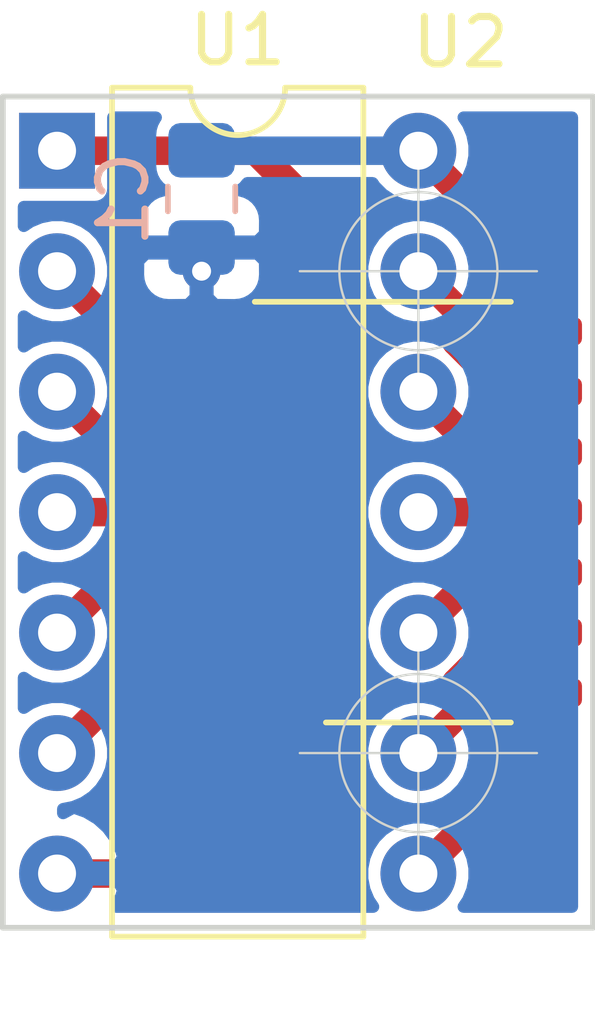
<source format=kicad_pcb>
(kicad_pcb (version 20171130) (host pcbnew "(5.1.5)-3")

  (general
    (thickness 1.6)
    (drawings 6)
    (tracks 37)
    (zones 0)
    (modules 3)
    (nets 15)
  )

  (page A4)
  (layers
    (0 F.Cu signal)
    (31 B.Cu signal)
    (32 B.Adhes user)
    (33 F.Adhes user)
    (34 B.Paste user)
    (35 F.Paste user)
    (36 B.SilkS user)
    (37 F.SilkS user)
    (38 B.Mask user)
    (39 F.Mask user)
    (40 Dwgs.User user)
    (41 Cmts.User user)
    (42 Eco1.User user)
    (43 Eco2.User user)
    (44 Edge.Cuts user)
    (45 Margin user)
    (46 B.CrtYd user)
    (47 F.CrtYd user)
    (48 B.Fab user)
    (49 F.Fab user)
  )

  (setup
    (last_trace_width 0.6)
    (user_trace_width 0.6)
    (trace_clearance 0.2)
    (zone_clearance 0.508)
    (zone_45_only no)
    (trace_min 0.2)
    (via_size 0.8)
    (via_drill 0.4)
    (via_min_size 0.4)
    (via_min_drill 0.3)
    (uvia_size 0.3)
    (uvia_drill 0.1)
    (uvias_allowed no)
    (uvia_min_size 0.2)
    (uvia_min_drill 0.1)
    (edge_width 0.05)
    (segment_width 0.2)
    (pcb_text_width 0.3)
    (pcb_text_size 1.5 1.5)
    (mod_edge_width 0.12)
    (mod_text_size 1 1)
    (mod_text_width 0.15)
    (pad_size 1.524 1.524)
    (pad_drill 0.762)
    (pad_to_mask_clearance 0.051)
    (solder_mask_min_width 0.25)
    (aux_axis_origin 114.3 78.74)
    (visible_elements FFFFFF7F)
    (pcbplotparams
      (layerselection 0x010f0_ffffffff)
      (usegerberextensions false)
      (usegerberattributes false)
      (usegerberadvancedattributes false)
      (creategerberjobfile false)
      (excludeedgelayer true)
      (linewidth 0.100000)
      (plotframeref false)
      (viasonmask false)
      (mode 1)
      (useauxorigin false)
      (hpglpennumber 1)
      (hpglpenspeed 20)
      (hpglpendiameter 15.000000)
      (psnegative false)
      (psa4output false)
      (plotreference true)
      (plotvalue true)
      (plotinvisibletext false)
      (padsonsilk false)
      (subtractmaskfromsilk false)
      (outputformat 1)
      (mirror false)
      (drillshape 0)
      (scaleselection 1)
      (outputdirectory "gerber/"))
  )

  (net 0 "")
  (net 1 "Net-(U1-Pad1)")
  (net 2 "Net-(U1-Pad8)")
  (net 3 "Net-(U1-Pad2)")
  (net 4 "Net-(U1-Pad9)")
  (net 5 "Net-(U1-Pad3)")
  (net 6 "Net-(U1-Pad10)")
  (net 7 "Net-(U1-Pad4)")
  (net 8 "Net-(U1-Pad11)")
  (net 9 "Net-(U1-Pad5)")
  (net 10 "Net-(U1-Pad12)")
  (net 11 "Net-(U1-Pad6)")
  (net 12 "Net-(U1-Pad13)")
  (net 13 "Net-(C1-Pad1)")
  (net 14 "Net-(C1-Pad2)")

  (net_class Default "This is the default net class."
    (clearance 0.2)
    (trace_width 0.25)
    (via_dia 0.8)
    (via_drill 0.4)
    (uvia_dia 0.3)
    (uvia_drill 0.1)
    (add_net "Net-(C1-Pad1)")
    (add_net "Net-(C1-Pad2)")
    (add_net "Net-(U1-Pad1)")
    (add_net "Net-(U1-Pad10)")
    (add_net "Net-(U1-Pad11)")
    (add_net "Net-(U1-Pad12)")
    (add_net "Net-(U1-Pad13)")
    (add_net "Net-(U1-Pad2)")
    (add_net "Net-(U1-Pad3)")
    (add_net "Net-(U1-Pad4)")
    (add_net "Net-(U1-Pad5)")
    (add_net "Net-(U1-Pad6)")
    (add_net "Net-(U1-Pad8)")
    (add_net "Net-(U1-Pad9)")
  )

  (module Package_DIP:DIP-14_W7.62mm (layer F.Cu) (tedit 5A02E8C5) (tstamp 5EDD236D)
    (at 106.68 71.12)
    (descr "14-lead though-hole mounted DIP package, row spacing 7.62 mm (300 mils)")
    (tags "THT DIP DIL PDIP 2.54mm 7.62mm 300mil")
    (path /7C50D3CD)
    (fp_text reference U1 (at 3.81 -2.33) (layer F.SilkS)
      (effects (font (size 1 1) (thickness 0.15)))
    )
    (fp_text value 74LS00 (at 3.81 17.57) (layer F.Fab)
      (effects (font (size 1 1) (thickness 0.15)))
    )
    (fp_arc (start 3.81 -1.33) (end 2.81 -1.33) (angle -180) (layer F.SilkS) (width 0.12))
    (fp_line (start 1.635 -1.27) (end 6.985 -1.27) (layer F.Fab) (width 0.1))
    (fp_line (start 6.985 -1.27) (end 6.985 16.51) (layer F.Fab) (width 0.1))
    (fp_line (start 6.985 16.51) (end 0.635 16.51) (layer F.Fab) (width 0.1))
    (fp_line (start 0.635 16.51) (end 0.635 -0.27) (layer F.Fab) (width 0.1))
    (fp_line (start 0.635 -0.27) (end 1.635 -1.27) (layer F.Fab) (width 0.1))
    (fp_line (start 2.81 -1.33) (end 1.16 -1.33) (layer F.SilkS) (width 0.12))
    (fp_line (start 1.16 -1.33) (end 1.16 16.57) (layer F.SilkS) (width 0.12))
    (fp_line (start 1.16 16.57) (end 6.46 16.57) (layer F.SilkS) (width 0.12))
    (fp_line (start 6.46 16.57) (end 6.46 -1.33) (layer F.SilkS) (width 0.12))
    (fp_line (start 6.46 -1.33) (end 4.81 -1.33) (layer F.SilkS) (width 0.12))
    (fp_line (start -1.1 -1.55) (end -1.1 16.8) (layer F.CrtYd) (width 0.05))
    (fp_line (start -1.1 16.8) (end 8.7 16.8) (layer F.CrtYd) (width 0.05))
    (fp_line (start 8.7 16.8) (end 8.7 -1.55) (layer F.CrtYd) (width 0.05))
    (fp_line (start 8.7 -1.55) (end -1.1 -1.55) (layer F.CrtYd) (width 0.05))
    (fp_text user %R (at 3.81 7.62) (layer F.Fab)
      (effects (font (size 1 1) (thickness 0.15)))
    )
    (pad 1 thru_hole rect (at 0 0) (size 1.6 1.6) (drill 0.8) (layers *.Cu *.Mask)
      (net 1 "Net-(U1-Pad1)"))
    (pad 8 thru_hole oval (at 7.62 15.24) (size 1.6 1.6) (drill 0.8) (layers *.Cu *.Mask)
      (net 2 "Net-(U1-Pad8)"))
    (pad 2 thru_hole oval (at 0 2.54) (size 1.6 1.6) (drill 0.8) (layers *.Cu *.Mask)
      (net 3 "Net-(U1-Pad2)"))
    (pad 9 thru_hole oval (at 7.62 12.7) (size 1.6 1.6) (drill 0.8) (layers *.Cu *.Mask)
      (net 4 "Net-(U1-Pad9)"))
    (pad 3 thru_hole oval (at 0 5.08) (size 1.6 1.6) (drill 0.8) (layers *.Cu *.Mask)
      (net 5 "Net-(U1-Pad3)"))
    (pad 10 thru_hole oval (at 7.62 10.16) (size 1.6 1.6) (drill 0.8) (layers *.Cu *.Mask)
      (net 6 "Net-(U1-Pad10)"))
    (pad 4 thru_hole oval (at 0 7.62) (size 1.6 1.6) (drill 0.8) (layers *.Cu *.Mask)
      (net 7 "Net-(U1-Pad4)"))
    (pad 11 thru_hole oval (at 7.62 7.62) (size 1.6 1.6) (drill 0.8) (layers *.Cu *.Mask)
      (net 8 "Net-(U1-Pad11)"))
    (pad 5 thru_hole oval (at 0 10.16) (size 1.6 1.6) (drill 0.8) (layers *.Cu *.Mask)
      (net 9 "Net-(U1-Pad5)"))
    (pad 12 thru_hole oval (at 7.62 5.08) (size 1.6 1.6) (drill 0.8) (layers *.Cu *.Mask)
      (net 10 "Net-(U1-Pad12)"))
    (pad 6 thru_hole oval (at 0 12.7) (size 1.6 1.6) (drill 0.8) (layers *.Cu *.Mask)
      (net 11 "Net-(U1-Pad6)"))
    (pad 13 thru_hole oval (at 7.62 2.54) (size 1.6 1.6) (drill 0.8) (layers *.Cu *.Mask)
      (net 12 "Net-(U1-Pad13)"))
    (pad 7 thru_hole oval (at 0 15.24) (size 1.6 1.6) (drill 0.8) (layers *.Cu *.Mask)
      (net 14 "Net-(C1-Pad2)"))
    (pad 14 thru_hole oval (at 7.62 0) (size 1.6 1.6) (drill 0.8) (layers *.Cu *.Mask)
      (net 13 "Net-(C1-Pad1)"))
  )

  (module Package_SO:SOIC-14_3.9x8.7mm_P1.27mm (layer F.Cu) (tedit 5D9F72B1) (tstamp 5EDD238D)
    (at 114.3 78.74)
    (descr "SOIC, 14 Pin (JEDEC MS-012AB, https://www.analog.com/media/en/package-pcb-resources/package/pkg_pdf/soic_narrow-r/r_14.pdf), generated with kicad-footprint-generator ipc_gullwing_generator.py")
    (tags "SOIC SO")
    (path /7C515546)
    (attr smd)
    (fp_text reference U2 (at 0.889 -9.906) (layer F.SilkS)
      (effects (font (size 1 1) (thickness 0.15)))
    )
    (fp_text value 74LS00 (at 0 5.28) (layer F.Fab)
      (effects (font (size 1 1) (thickness 0.15)))
    )
    (fp_line (start 0 4.435) (end 1.95 4.435) (layer F.SilkS) (width 0.12))
    (fp_line (start 0 4.435) (end -1.95 4.435) (layer F.SilkS) (width 0.12))
    (fp_line (start 0 -4.435) (end 1.95 -4.435) (layer F.SilkS) (width 0.12))
    (fp_line (start 0 -4.435) (end -3.45 -4.435) (layer F.SilkS) (width 0.12))
    (fp_line (start -0.975 -4.325) (end 1.95 -4.325) (layer F.Fab) (width 0.1))
    (fp_line (start 1.95 -4.325) (end 1.95 4.325) (layer F.Fab) (width 0.1))
    (fp_line (start 1.95 4.325) (end -1.95 4.325) (layer F.Fab) (width 0.1))
    (fp_line (start -1.95 4.325) (end -1.95 -3.35) (layer F.Fab) (width 0.1))
    (fp_line (start -1.95 -3.35) (end -0.975 -4.325) (layer F.Fab) (width 0.1))
    (fp_line (start -3.7 -4.58) (end -3.7 4.58) (layer F.CrtYd) (width 0.05))
    (fp_line (start -3.7 4.58) (end 3.7 4.58) (layer F.CrtYd) (width 0.05))
    (fp_line (start 3.7 4.58) (end 3.7 -4.58) (layer F.CrtYd) (width 0.05))
    (fp_line (start 3.7 -4.58) (end -3.7 -4.58) (layer F.CrtYd) (width 0.05))
    (fp_text user %R (at 0 0) (layer F.Fab)
      (effects (font (size 0.98 0.98) (thickness 0.15)))
    )
    (pad 1 smd roundrect (at -2.475 -3.81) (size 1.95 0.6) (layers F.Cu F.Paste F.Mask) (roundrect_rratio 0.25)
      (net 1 "Net-(U1-Pad1)"))
    (pad 2 smd roundrect (at -2.475 -2.54) (size 1.95 0.6) (layers F.Cu F.Paste F.Mask) (roundrect_rratio 0.25)
      (net 3 "Net-(U1-Pad2)"))
    (pad 3 smd roundrect (at -2.475 -1.27) (size 1.95 0.6) (layers F.Cu F.Paste F.Mask) (roundrect_rratio 0.25)
      (net 5 "Net-(U1-Pad3)"))
    (pad 4 smd roundrect (at -2.475 0) (size 1.95 0.6) (layers F.Cu F.Paste F.Mask) (roundrect_rratio 0.25)
      (net 7 "Net-(U1-Pad4)"))
    (pad 5 smd roundrect (at -2.475 1.27) (size 1.95 0.6) (layers F.Cu F.Paste F.Mask) (roundrect_rratio 0.25)
      (net 9 "Net-(U1-Pad5)"))
    (pad 6 smd roundrect (at -2.475 2.54) (size 1.95 0.6) (layers F.Cu F.Paste F.Mask) (roundrect_rratio 0.25)
      (net 11 "Net-(U1-Pad6)"))
    (pad 7 smd roundrect (at -2.475 3.81) (size 1.95 0.6) (layers F.Cu F.Paste F.Mask) (roundrect_rratio 0.25)
      (net 14 "Net-(C1-Pad2)"))
    (pad 8 smd roundrect (at 2.475 3.81) (size 1.95 0.6) (layers F.Cu F.Paste F.Mask) (roundrect_rratio 0.25)
      (net 2 "Net-(U1-Pad8)"))
    (pad 9 smd roundrect (at 2.475 2.54) (size 1.95 0.6) (layers F.Cu F.Paste F.Mask) (roundrect_rratio 0.25)
      (net 4 "Net-(U1-Pad9)"))
    (pad 10 smd roundrect (at 2.475 1.27) (size 1.95 0.6) (layers F.Cu F.Paste F.Mask) (roundrect_rratio 0.25)
      (net 6 "Net-(U1-Pad10)"))
    (pad 11 smd roundrect (at 2.475 0) (size 1.95 0.6) (layers F.Cu F.Paste F.Mask) (roundrect_rratio 0.25)
      (net 8 "Net-(U1-Pad11)"))
    (pad 12 smd roundrect (at 2.475 -1.27) (size 1.95 0.6) (layers F.Cu F.Paste F.Mask) (roundrect_rratio 0.25)
      (net 10 "Net-(U1-Pad12)"))
    (pad 13 smd roundrect (at 2.475 -2.54) (size 1.95 0.6) (layers F.Cu F.Paste F.Mask) (roundrect_rratio 0.25)
      (net 12 "Net-(U1-Pad13)"))
    (pad 14 smd roundrect (at 2.475 -3.81) (size 1.95 0.6) (layers F.Cu F.Paste F.Mask) (roundrect_rratio 0.25)
      (net 13 "Net-(C1-Pad1)"))
    (model ${KISYS3DMOD}/Package_SO.3dshapes/SOIC-14_3.9x8.7mm_P1.27mm.wrl
      (at (xyz 0 0 0))
      (scale (xyz 1 1 1))
      (rotate (xyz 0 0 0))
    )
  )

  (module Capacitor_SMD:C_0805_2012Metric_Pad1.15x1.40mm_HandSolder (layer B.Cu) (tedit 5B36C52B) (tstamp 5EDEE472)
    (at 109.728 72.136 270)
    (descr "Capacitor SMD 0805 (2012 Metric), square (rectangular) end terminal, IPC_7351 nominal with elongated pad for handsoldering. (Body size source: https://docs.google.com/spreadsheets/d/1BsfQQcO9C6DZCsRaXUlFlo91Tg2WpOkGARC1WS5S8t0/edit?usp=sharing), generated with kicad-footprint-generator")
    (tags "capacitor handsolder")
    (path /7C524249)
    (attr smd)
    (fp_text reference C1 (at 0 1.65 90) (layer B.SilkS)
      (effects (font (size 1 1) (thickness 0.15)) (justify mirror))
    )
    (fp_text value 100n (at 0 -1.65 90) (layer B.Fab)
      (effects (font (size 1 1) (thickness 0.15)) (justify mirror))
    )
    (fp_line (start -1 -0.6) (end -1 0.6) (layer B.Fab) (width 0.1))
    (fp_line (start -1 0.6) (end 1 0.6) (layer B.Fab) (width 0.1))
    (fp_line (start 1 0.6) (end 1 -0.6) (layer B.Fab) (width 0.1))
    (fp_line (start 1 -0.6) (end -1 -0.6) (layer B.Fab) (width 0.1))
    (fp_line (start -0.261252 0.71) (end 0.261252 0.71) (layer B.SilkS) (width 0.12))
    (fp_line (start -0.261252 -0.71) (end 0.261252 -0.71) (layer B.SilkS) (width 0.12))
    (fp_line (start -1.85 -0.95) (end -1.85 0.95) (layer B.CrtYd) (width 0.05))
    (fp_line (start -1.85 0.95) (end 1.85 0.95) (layer B.CrtYd) (width 0.05))
    (fp_line (start 1.85 0.95) (end 1.85 -0.95) (layer B.CrtYd) (width 0.05))
    (fp_line (start 1.85 -0.95) (end -1.85 -0.95) (layer B.CrtYd) (width 0.05))
    (fp_text user %R (at 0 0 90) (layer B.Fab)
      (effects (font (size 0.5 0.5) (thickness 0.08)) (justify mirror))
    )
    (pad 1 smd roundrect (at -1.025 0 270) (size 1.15 1.4) (layers B.Cu B.Paste B.Mask) (roundrect_rratio 0.217391)
      (net 13 "Net-(C1-Pad1)"))
    (pad 2 smd roundrect (at 1.025 0 270) (size 1.15 1.4) (layers B.Cu B.Paste B.Mask) (roundrect_rratio 0.217391)
      (net 14 "Net-(C1-Pad2)"))
    (model ${KISYS3DMOD}/Capacitor_SMD.3dshapes/C_0805_2012Metric.wrl
      (at (xyz 0 0 0))
      (scale (xyz 1 1 1))
      (rotate (xyz 0 0 0))
    )
  )

  (target plus (at 114.3 83.82) (size 5) (width 0.05) (layer Edge.Cuts) (tstamp 5EDEE61A))
  (target plus (at 114.3 73.66) (size 5) (width 0.05) (layer Edge.Cuts))
  (gr_line (start 117.983 87.503) (end 117.983 69.977) (layer Edge.Cuts) (width 0.12) (tstamp 5EDD24B3))
  (gr_line (start 105.537 87.503) (end 117.983 87.503) (layer Edge.Cuts) (width 0.12))
  (gr_line (start 105.537 69.977) (end 105.537 87.503) (layer Edge.Cuts) (width 0.12))
  (gr_line (start 117.983 69.977) (end 105.537 69.977) (layer Edge.Cuts) (width 0.12))

  (via (at 109.728 73.66) (size 0.8) (drill 0.4) (layers F.Cu B.Cu) (net 14))
  (segment (start 111.825 72.074) (end 111.825 74.93) (width 0.6) (layer F.Cu) (net 1))
  (segment (start 106.68 71.12) (end 110.871 71.12) (width 0.6) (layer F.Cu) (net 1))
  (segment (start 110.871 71.12) (end 111.825 72.074) (width 0.6) (layer F.Cu) (net 1))
  (segment (start 116.775 83.885) (end 116.775 82.55) (width 0.6) (layer F.Cu) (net 2))
  (segment (start 114.3 86.36) (end 116.775 83.885) (width 0.6) (layer F.Cu) (net 2))
  (segment (start 109.22 76.2) (end 106.68 73.66) (width 0.6) (layer F.Cu) (net 3))
  (segment (start 111.825 76.2) (end 109.22 76.2) (width 0.6) (layer F.Cu) (net 3))
  (segment (start 115.099999 82.330745) (end 115.099999 83.020001) (width 0.6) (layer F.Cu) (net 4))
  (segment (start 116.30501 81.74999) (end 115.680754 81.74999) (width 0.6) (layer F.Cu) (net 4))
  (segment (start 115.099999 83.020001) (end 114.3 83.82) (width 0.6) (layer F.Cu) (net 4))
  (segment (start 115.680754 81.74999) (end 115.099999 82.330745) (width 0.6) (layer F.Cu) (net 4))
  (segment (start 116.775 81.28) (end 116.30501 81.74999) (width 0.6) (layer F.Cu) (net 4))
  (segment (start 107.95 77.47) (end 106.68 76.2) (width 0.6) (layer F.Cu) (net 5))
  (segment (start 111.825 77.47) (end 107.95 77.47) (width 0.6) (layer F.Cu) (net 5))
  (segment (start 115.57 80.01) (end 114.3 81.28) (width 0.6) (layer F.Cu) (net 6))
  (segment (start 116.775 80.01) (end 115.57 80.01) (width 0.6) (layer F.Cu) (net 6))
  (segment (start 111.825 78.74) (end 106.68 78.74) (width 0.6) (layer F.Cu) (net 7))
  (segment (start 116.775 78.74) (end 114.3 78.74) (width 0.6) (layer F.Cu) (net 8))
  (segment (start 111.825 80.01) (end 107.95 80.01) (width 0.6) (layer F.Cu) (net 9))
  (segment (start 107.95 80.01) (end 106.68 81.28) (width 0.6) (layer F.Cu) (net 9))
  (segment (start 115.57 77.47) (end 114.3 76.2) (width 0.6) (layer F.Cu) (net 10))
  (segment (start 116.775 77.47) (end 115.57 77.47) (width 0.6) (layer F.Cu) (net 10))
  (segment (start 109.22 81.28) (end 106.68 83.82) (width 0.6) (layer F.Cu) (net 11))
  (segment (start 111.825 81.28) (end 109.22 81.28) (width 0.6) (layer F.Cu) (net 11))
  (segment (start 115.099999 74.459999) (end 114.3 73.66) (width 0.6) (layer F.Cu) (net 12))
  (segment (start 115.099999 75.149255) (end 115.099999 74.459999) (width 0.6) (layer F.Cu) (net 12))
  (segment (start 115.850744 75.9) (end 115.099999 75.149255) (width 0.6) (layer F.Cu) (net 12))
  (segment (start 116.475 75.9) (end 115.850744 75.9) (width 0.6) (layer F.Cu) (net 12))
  (segment (start 116.775 76.2) (end 116.475 75.9) (width 0.6) (layer F.Cu) (net 12))
  (segment (start 106.68 86.36) (end 110.871 86.36) (width 0.6) (layer F.Cu) (net 14))
  (segment (start 111.825 85.406) (end 111.825 82.55) (width 0.6) (layer F.Cu) (net 14))
  (segment (start 110.871 86.36) (end 111.825 85.406) (width 0.6) (layer F.Cu) (net 14))
  (segment (start 116.775 73.595) (end 116.775 74.93) (width 0.6) (layer F.Cu) (net 13))
  (segment (start 114.3 71.12) (end 116.775 73.595) (width 0.6) (layer F.Cu) (net 13))
  (segment (start 109.737 71.12) (end 109.728 71.111) (width 0.6) (layer B.Cu) (net 13))
  (segment (start 114.3 71.12) (end 109.737 71.12) (width 0.6) (layer B.Cu) (net 13))

  (zone (net 14) (net_name "Net-(C1-Pad2)") (layer B.Cu) (tstamp 5EDEE5C4) (hatch edge 0.508)
    (connect_pads (clearance 0.254))
    (min_thickness 0.254)
    (fill yes (arc_segments 32) (thermal_gap 0.508) (thermal_bridge_width 0.508))
    (polygon
      (pts
        (xy 117.983 87.503) (xy 105.537 87.503) (xy 105.537 69.977) (xy 117.983 69.977)
      )
    )
    (filled_polygon
      (pts
        (xy 108.75181 70.434411) (xy 108.693329 70.543821) (xy 108.657317 70.662538) (xy 108.645157 70.785999) (xy 108.645157 71.436001)
        (xy 108.657317 71.559462) (xy 108.693329 71.678179) (xy 108.75181 71.787589) (xy 108.830512 71.883488) (xy 108.92178 71.958389)
        (xy 108.903518 71.960188) (xy 108.78382 71.996498) (xy 108.673506 72.055463) (xy 108.576815 72.134815) (xy 108.497463 72.231506)
        (xy 108.438498 72.34182) (xy 108.402188 72.461518) (xy 108.389928 72.586) (xy 108.393 72.87525) (xy 108.55175 73.034)
        (xy 109.601 73.034) (xy 109.601 73.014) (xy 109.855 73.014) (xy 109.855 73.034) (xy 110.90425 73.034)
        (xy 111.063 72.87525) (xy 111.066072 72.586) (xy 111.053812 72.461518) (xy 111.017502 72.34182) (xy 110.958537 72.231506)
        (xy 110.879185 72.134815) (xy 110.782494 72.055463) (xy 110.67218 71.996498) (xy 110.552482 71.960188) (xy 110.53422 71.958389)
        (xy 110.625488 71.883488) (xy 110.693184 71.801) (xy 113.334654 71.801) (xy 113.382658 71.872843) (xy 113.547157 72.037342)
        (xy 113.740587 72.166588) (xy 113.955515 72.255614) (xy 114.183682 72.301) (xy 114.416318 72.301) (xy 114.644485 72.255614)
        (xy 114.859413 72.166588) (xy 115.052843 72.037342) (xy 115.217342 71.872843) (xy 115.346588 71.679413) (xy 115.435614 71.464485)
        (xy 115.481 71.236318) (xy 115.481 71.003682) (xy 115.435614 70.775515) (xy 115.346588 70.560587) (xy 115.251314 70.418)
        (xy 117.542001 70.418) (xy 117.542 87.062) (xy 115.251314 87.062) (xy 115.346588 86.919413) (xy 115.435614 86.704485)
        (xy 115.481 86.476318) (xy 115.481 86.243682) (xy 115.435614 86.015515) (xy 115.346588 85.800587) (xy 115.217342 85.607157)
        (xy 115.052843 85.442658) (xy 114.859413 85.313412) (xy 114.644485 85.224386) (xy 114.416318 85.179) (xy 114.183682 85.179)
        (xy 113.955515 85.224386) (xy 113.740587 85.313412) (xy 113.547157 85.442658) (xy 113.382658 85.607157) (xy 113.253412 85.800587)
        (xy 113.164386 86.015515) (xy 113.119 86.243682) (xy 113.119 86.476318) (xy 113.164386 86.704485) (xy 113.253412 86.919413)
        (xy 113.348686 87.062) (xy 107.927778 87.062) (xy 108.031246 86.843087) (xy 108.071904 86.709039) (xy 107.949915 86.487)
        (xy 106.807 86.487) (xy 106.807 86.507) (xy 106.553 86.507) (xy 106.553 86.487) (xy 106.533 86.487)
        (xy 106.533 86.233) (xy 106.553 86.233) (xy 106.553 86.213) (xy 106.807 86.213) (xy 106.807 86.233)
        (xy 107.949915 86.233) (xy 108.071904 86.010961) (xy 108.031246 85.876913) (xy 107.911037 85.62258) (xy 107.743519 85.396586)
        (xy 107.535131 85.207615) (xy 107.293881 85.06293) (xy 107.02904 84.968091) (xy 106.807002 85.089375) (xy 106.807002 84.998875)
        (xy 107.024485 84.955614) (xy 107.239413 84.866588) (xy 107.432843 84.737342) (xy 107.597342 84.572843) (xy 107.726588 84.379413)
        (xy 107.815614 84.164485) (xy 107.861 83.936318) (xy 107.861 83.703682) (xy 113.119 83.703682) (xy 113.119 83.936318)
        (xy 113.164386 84.164485) (xy 113.253412 84.379413) (xy 113.382658 84.572843) (xy 113.547157 84.737342) (xy 113.740587 84.866588)
        (xy 113.955515 84.955614) (xy 114.183682 85.001) (xy 114.416318 85.001) (xy 114.644485 84.955614) (xy 114.859413 84.866588)
        (xy 115.052843 84.737342) (xy 115.217342 84.572843) (xy 115.346588 84.379413) (xy 115.435614 84.164485) (xy 115.481 83.936318)
        (xy 115.481 83.703682) (xy 115.435614 83.475515) (xy 115.346588 83.260587) (xy 115.217342 83.067157) (xy 115.052843 82.902658)
        (xy 114.859413 82.773412) (xy 114.644485 82.684386) (xy 114.416318 82.639) (xy 114.183682 82.639) (xy 113.955515 82.684386)
        (xy 113.740587 82.773412) (xy 113.547157 82.902658) (xy 113.382658 83.067157) (xy 113.253412 83.260587) (xy 113.164386 83.475515)
        (xy 113.119 83.703682) (xy 107.861 83.703682) (xy 107.815614 83.475515) (xy 107.726588 83.260587) (xy 107.597342 83.067157)
        (xy 107.432843 82.902658) (xy 107.239413 82.773412) (xy 107.024485 82.684386) (xy 106.796318 82.639) (xy 106.563682 82.639)
        (xy 106.335515 82.684386) (xy 106.120587 82.773412) (xy 105.978 82.868686) (xy 105.978 82.231314) (xy 106.120587 82.326588)
        (xy 106.335515 82.415614) (xy 106.563682 82.461) (xy 106.796318 82.461) (xy 107.024485 82.415614) (xy 107.239413 82.326588)
        (xy 107.432843 82.197342) (xy 107.597342 82.032843) (xy 107.726588 81.839413) (xy 107.815614 81.624485) (xy 107.861 81.396318)
        (xy 107.861 81.163682) (xy 113.119 81.163682) (xy 113.119 81.396318) (xy 113.164386 81.624485) (xy 113.253412 81.839413)
        (xy 113.382658 82.032843) (xy 113.547157 82.197342) (xy 113.740587 82.326588) (xy 113.955515 82.415614) (xy 114.183682 82.461)
        (xy 114.416318 82.461) (xy 114.644485 82.415614) (xy 114.859413 82.326588) (xy 115.052843 82.197342) (xy 115.217342 82.032843)
        (xy 115.346588 81.839413) (xy 115.435614 81.624485) (xy 115.481 81.396318) (xy 115.481 81.163682) (xy 115.435614 80.935515)
        (xy 115.346588 80.720587) (xy 115.217342 80.527157) (xy 115.052843 80.362658) (xy 114.859413 80.233412) (xy 114.644485 80.144386)
        (xy 114.416318 80.099) (xy 114.183682 80.099) (xy 113.955515 80.144386) (xy 113.740587 80.233412) (xy 113.547157 80.362658)
        (xy 113.382658 80.527157) (xy 113.253412 80.720587) (xy 113.164386 80.935515) (xy 113.119 81.163682) (xy 107.861 81.163682)
        (xy 107.815614 80.935515) (xy 107.726588 80.720587) (xy 107.597342 80.527157) (xy 107.432843 80.362658) (xy 107.239413 80.233412)
        (xy 107.024485 80.144386) (xy 106.796318 80.099) (xy 106.563682 80.099) (xy 106.335515 80.144386) (xy 106.120587 80.233412)
        (xy 105.978 80.328686) (xy 105.978 79.691314) (xy 106.120587 79.786588) (xy 106.335515 79.875614) (xy 106.563682 79.921)
        (xy 106.796318 79.921) (xy 107.024485 79.875614) (xy 107.239413 79.786588) (xy 107.432843 79.657342) (xy 107.597342 79.492843)
        (xy 107.726588 79.299413) (xy 107.815614 79.084485) (xy 107.861 78.856318) (xy 107.861 78.623682) (xy 113.119 78.623682)
        (xy 113.119 78.856318) (xy 113.164386 79.084485) (xy 113.253412 79.299413) (xy 113.382658 79.492843) (xy 113.547157 79.657342)
        (xy 113.740587 79.786588) (xy 113.955515 79.875614) (xy 114.183682 79.921) (xy 114.416318 79.921) (xy 114.644485 79.875614)
        (xy 114.859413 79.786588) (xy 115.052843 79.657342) (xy 115.217342 79.492843) (xy 115.346588 79.299413) (xy 115.435614 79.084485)
        (xy 115.481 78.856318) (xy 115.481 78.623682) (xy 115.435614 78.395515) (xy 115.346588 78.180587) (xy 115.217342 77.987157)
        (xy 115.052843 77.822658) (xy 114.859413 77.693412) (xy 114.644485 77.604386) (xy 114.416318 77.559) (xy 114.183682 77.559)
        (xy 113.955515 77.604386) (xy 113.740587 77.693412) (xy 113.547157 77.822658) (xy 113.382658 77.987157) (xy 113.253412 78.180587)
        (xy 113.164386 78.395515) (xy 113.119 78.623682) (xy 107.861 78.623682) (xy 107.815614 78.395515) (xy 107.726588 78.180587)
        (xy 107.597342 77.987157) (xy 107.432843 77.822658) (xy 107.239413 77.693412) (xy 107.024485 77.604386) (xy 106.796318 77.559)
        (xy 106.563682 77.559) (xy 106.335515 77.604386) (xy 106.120587 77.693412) (xy 105.978 77.788686) (xy 105.978 77.151314)
        (xy 106.120587 77.246588) (xy 106.335515 77.335614) (xy 106.563682 77.381) (xy 106.796318 77.381) (xy 107.024485 77.335614)
        (xy 107.239413 77.246588) (xy 107.432843 77.117342) (xy 107.597342 76.952843) (xy 107.726588 76.759413) (xy 107.815614 76.544485)
        (xy 107.861 76.316318) (xy 107.861 76.083682) (xy 113.119 76.083682) (xy 113.119 76.316318) (xy 113.164386 76.544485)
        (xy 113.253412 76.759413) (xy 113.382658 76.952843) (xy 113.547157 77.117342) (xy 113.740587 77.246588) (xy 113.955515 77.335614)
        (xy 114.183682 77.381) (xy 114.416318 77.381) (xy 114.644485 77.335614) (xy 114.859413 77.246588) (xy 115.052843 77.117342)
        (xy 115.217342 76.952843) (xy 115.346588 76.759413) (xy 115.435614 76.544485) (xy 115.481 76.316318) (xy 115.481 76.083682)
        (xy 115.435614 75.855515) (xy 115.346588 75.640587) (xy 115.217342 75.447157) (xy 115.052843 75.282658) (xy 114.859413 75.153412)
        (xy 114.644485 75.064386) (xy 114.416318 75.019) (xy 114.183682 75.019) (xy 113.955515 75.064386) (xy 113.740587 75.153412)
        (xy 113.547157 75.282658) (xy 113.382658 75.447157) (xy 113.253412 75.640587) (xy 113.164386 75.855515) (xy 113.119 76.083682)
        (xy 107.861 76.083682) (xy 107.815614 75.855515) (xy 107.726588 75.640587) (xy 107.597342 75.447157) (xy 107.432843 75.282658)
        (xy 107.239413 75.153412) (xy 107.024485 75.064386) (xy 106.796318 75.019) (xy 106.563682 75.019) (xy 106.335515 75.064386)
        (xy 106.120587 75.153412) (xy 105.978 75.248686) (xy 105.978 74.611314) (xy 106.120587 74.706588) (xy 106.335515 74.795614)
        (xy 106.563682 74.841) (xy 106.796318 74.841) (xy 107.024485 74.795614) (xy 107.239413 74.706588) (xy 107.432843 74.577342)
        (xy 107.597342 74.412843) (xy 107.726588 74.219413) (xy 107.815614 74.004485) (xy 107.861 73.776318) (xy 107.861 73.736)
        (xy 108.389928 73.736) (xy 108.402188 73.860482) (xy 108.438498 73.98018) (xy 108.497463 74.090494) (xy 108.576815 74.187185)
        (xy 108.673506 74.266537) (xy 108.78382 74.325502) (xy 108.903518 74.361812) (xy 109.028 74.374072) (xy 109.44225 74.371)
        (xy 109.601 74.21225) (xy 109.601 73.288) (xy 109.855 73.288) (xy 109.855 74.21225) (xy 110.01375 74.371)
        (xy 110.428 74.374072) (xy 110.552482 74.361812) (xy 110.67218 74.325502) (xy 110.782494 74.266537) (xy 110.879185 74.187185)
        (xy 110.958537 74.090494) (xy 111.017502 73.98018) (xy 111.053812 73.860482) (xy 111.066072 73.736) (xy 111.06403 73.543682)
        (xy 113.119 73.543682) (xy 113.119 73.776318) (xy 113.164386 74.004485) (xy 113.253412 74.219413) (xy 113.382658 74.412843)
        (xy 113.547157 74.577342) (xy 113.740587 74.706588) (xy 113.955515 74.795614) (xy 114.183682 74.841) (xy 114.416318 74.841)
        (xy 114.644485 74.795614) (xy 114.859413 74.706588) (xy 115.052843 74.577342) (xy 115.217342 74.412843) (xy 115.346588 74.219413)
        (xy 115.435614 74.004485) (xy 115.481 73.776318) (xy 115.481 73.543682) (xy 115.435614 73.315515) (xy 115.346588 73.100587)
        (xy 115.217342 72.907157) (xy 115.052843 72.742658) (xy 114.859413 72.613412) (xy 114.644485 72.524386) (xy 114.416318 72.479)
        (xy 114.183682 72.479) (xy 113.955515 72.524386) (xy 113.740587 72.613412) (xy 113.547157 72.742658) (xy 113.382658 72.907157)
        (xy 113.253412 73.100587) (xy 113.164386 73.315515) (xy 113.119 73.543682) (xy 111.06403 73.543682) (xy 111.063 73.44675)
        (xy 110.90425 73.288) (xy 109.855 73.288) (xy 109.601 73.288) (xy 108.55175 73.288) (xy 108.393 73.44675)
        (xy 108.389928 73.736) (xy 107.861 73.736) (xy 107.861 73.543682) (xy 107.815614 73.315515) (xy 107.726588 73.100587)
        (xy 107.597342 72.907157) (xy 107.432843 72.742658) (xy 107.239413 72.613412) (xy 107.024485 72.524386) (xy 106.796318 72.479)
        (xy 106.563682 72.479) (xy 106.335515 72.524386) (xy 106.120587 72.613412) (xy 105.978 72.708686) (xy 105.978 72.302843)
        (xy 107.48 72.302843) (xy 107.554689 72.295487) (xy 107.626508 72.273701) (xy 107.692696 72.238322) (xy 107.750711 72.190711)
        (xy 107.798322 72.132696) (xy 107.833701 72.066508) (xy 107.855487 71.994689) (xy 107.862843 71.92) (xy 107.862843 70.418)
        (xy 108.765278 70.418)
      )
    )
  )
)

</source>
